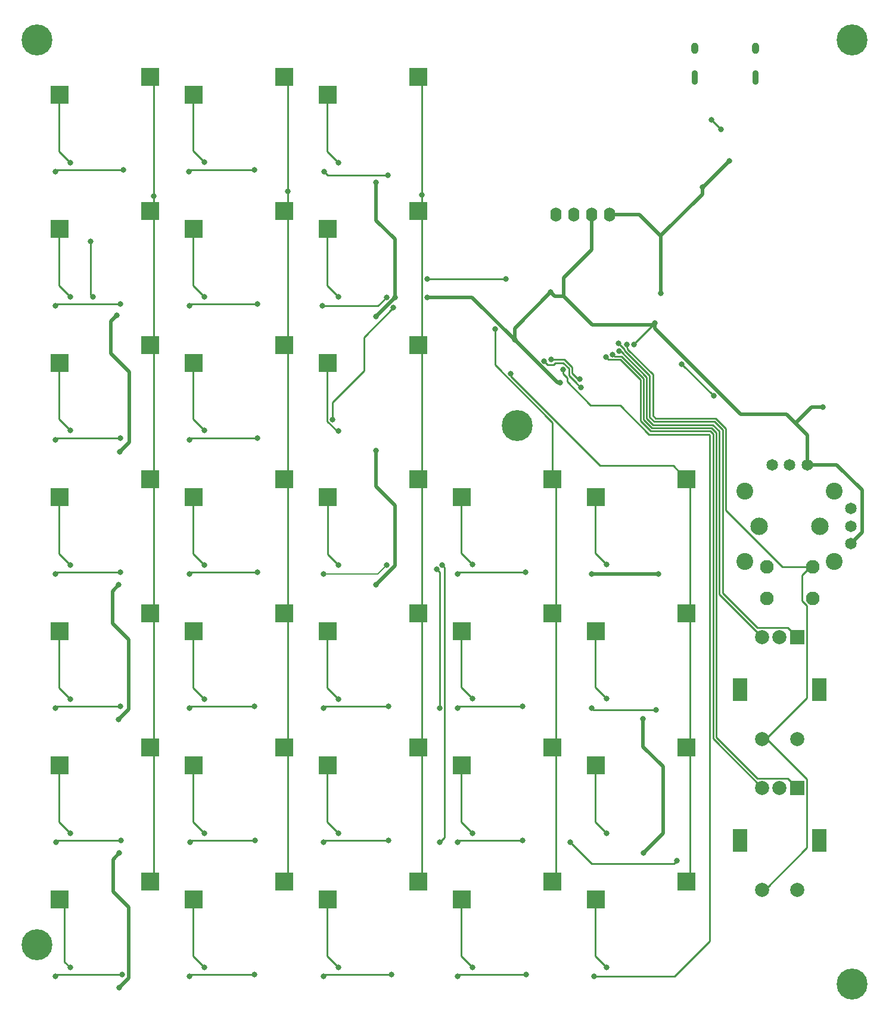
<source format=gbr>
%TF.GenerationSoftware,KiCad,Pcbnew,(6.0.5)*%
%TF.CreationDate,2022-05-18T14:43:54-07:00*%
%TF.ProjectId,3HMouse,33484d6f-7573-4652-9e6b-696361645f70,rev?*%
%TF.SameCoordinates,Original*%
%TF.FileFunction,Copper,L2,Bot*%
%TF.FilePolarity,Positive*%
%FSLAX46Y46*%
G04 Gerber Fmt 4.6, Leading zero omitted, Abs format (unit mm)*
G04 Created by KiCad (PCBNEW (6.0.5)) date 2022-05-18 14:43:54*
%MOMM*%
%LPD*%
G01*
G04 APERTURE LIST*
%TA.AperFunction,ComponentPad*%
%ADD10C,4.400000*%
%TD*%
%TA.AperFunction,SMDPad,CuDef*%
%ADD11R,2.550000X2.500000*%
%TD*%
%TA.AperFunction,ComponentPad*%
%ADD12R,2.000000X2.000000*%
%TD*%
%TA.AperFunction,ComponentPad*%
%ADD13C,2.000000*%
%TD*%
%TA.AperFunction,ComponentPad*%
%ADD14R,2.000000X3.200000*%
%TD*%
%TA.AperFunction,ComponentPad*%
%ADD15O,1.600000X2.000000*%
%TD*%
%TA.AperFunction,ComponentPad*%
%ADD16C,1.950000*%
%TD*%
%TA.AperFunction,ComponentPad*%
%ADD17C,1.650000*%
%TD*%
%TA.AperFunction,ComponentPad*%
%ADD18C,2.400000*%
%TD*%
%TA.AperFunction,ComponentPad*%
%ADD19C,2.475000*%
%TD*%
%TA.AperFunction,ComponentPad*%
%ADD20O,1.000000X1.600000*%
%TD*%
%TA.AperFunction,ComponentPad*%
%ADD21O,0.900000X2.100000*%
%TD*%
%TA.AperFunction,ViaPad*%
%ADD22C,0.800000*%
%TD*%
%TA.AperFunction,Conductor*%
%ADD23C,0.500000*%
%TD*%
%TA.AperFunction,Conductor*%
%ADD24C,0.250000*%
%TD*%
%TA.AperFunction,Conductor*%
%ADD25C,0.200000*%
%TD*%
G04 APERTURE END LIST*
D10*
%TO.P,H5,1,1*%
%TO.N,unconnected-(H5-Pad1)*%
X91281250Y-77787500D03*
%TD*%
D11*
%TO.P,SW0_1,1*%
%TO.N,Net-(D0_1-Pad2)*%
X45302500Y-30797500D03*
%TO.P,SW0_1,2*%
%TO.N,COL1*%
X58229500Y-28257500D03*
%TD*%
%TO.P,SW1_1,1*%
%TO.N,Net-(D1_1-Pad2)*%
X45302500Y-49847500D03*
%TO.P,SW1_1,2*%
%TO.N,COL1*%
X58229500Y-47307500D03*
%TD*%
%TO.P,SW2_2,1*%
%TO.N,Net-(D2_2-Pad2)*%
X64352500Y-68897500D03*
%TO.P,SW2_2,2*%
%TO.N,COL2*%
X77279500Y-66357500D03*
%TD*%
%TO.P,SW3_3,1*%
%TO.N,Net-(D3_3-Pad2)*%
X83402500Y-87947500D03*
%TO.P,SW3_3,2*%
%TO.N,COL3*%
X96329500Y-85407500D03*
%TD*%
D10*
%TO.P,H2,1,1*%
%TO.N,GND*%
X138906250Y-23018750D03*
%TD*%
D11*
%TO.P,SW4_1,1*%
%TO.N,Net-(D4_1-Pad2)*%
X45302500Y-106997500D03*
%TO.P,SW4_1,2*%
%TO.N,COL1*%
X58229500Y-104457500D03*
%TD*%
%TO.P,SW2_0,1*%
%TO.N,Net-(D2_0-Pad2)*%
X26252500Y-68897500D03*
%TO.P,SW2_0,2*%
%TO.N,COL0*%
X39179500Y-66357500D03*
%TD*%
D10*
%TO.P,H3,1,1*%
%TO.N,unconnected-(H3-Pad1)*%
X23018750Y-151606250D03*
%TD*%
D11*
%TO.P,SW6_1,1*%
%TO.N,Net-(D6_1-Pad2)*%
X45302500Y-145097500D03*
%TO.P,SW6_1,2*%
%TO.N,COL1*%
X58229500Y-142557500D03*
%TD*%
%TO.P,SW1_2,1*%
%TO.N,Net-(D1_2-Pad2)*%
X64352500Y-49847500D03*
%TO.P,SW1_2,2*%
%TO.N,COL2*%
X77279500Y-47307500D03*
%TD*%
D12*
%TO.P,RE2,A,A*%
%TO.N,RE2A*%
X131087500Y-107843750D03*
D13*
%TO.P,RE2,B,B*%
%TO.N,RE2B*%
X126087500Y-107843750D03*
%TO.P,RE2,C,C*%
%TO.N,GND*%
X128587500Y-107843750D03*
D14*
%TO.P,RE2,MP*%
%TO.N,N/C*%
X122987500Y-115343750D03*
X134187500Y-115343750D03*
D13*
%TO.P,RE2,S1,S1*%
%TO.N,COL5*%
X126087500Y-122343750D03*
%TO.P,RE2,S2,S2*%
%TO.N,Net-(D2_4-Pad2)*%
X131087500Y-122343750D03*
%TD*%
D11*
%TO.P,SW0_0,1*%
%TO.N,Net-(D0_0-Pad2)*%
X26252500Y-30797500D03*
%TO.P,SW0_0,2*%
%TO.N,COL0*%
X39179500Y-28257500D03*
%TD*%
%TO.P,SW6_4,1*%
%TO.N,Net-(D6_4-Pad2)*%
X102452500Y-145097500D03*
%TO.P,SW6_4,2*%
%TO.N,COL4*%
X115379500Y-142557500D03*
%TD*%
D12*
%TO.P,RE1,A,A*%
%TO.N,RE1A*%
X131087500Y-129275000D03*
D13*
%TO.P,RE1,B,B*%
%TO.N,RE1B*%
X126087500Y-129275000D03*
%TO.P,RE1,C,C*%
%TO.N,GND*%
X128587500Y-129275000D03*
D14*
%TO.P,RE1,MP*%
%TO.N,N/C*%
X134187500Y-136775000D03*
X122987500Y-136775000D03*
D13*
%TO.P,RE1,S1,S1*%
%TO.N,COL5*%
X126087500Y-143775000D03*
%TO.P,RE1,S2,S2*%
%TO.N,Net-(D1_4-Pad2)*%
X131087500Y-143775000D03*
%TD*%
D11*
%TO.P,SW5_0,1*%
%TO.N,Net-(D5_0-Pad2)*%
X26252500Y-126047500D03*
%TO.P,SW5_0,2*%
%TO.N,COL0*%
X39179500Y-123507500D03*
%TD*%
D15*
%TO.P,Brd1,1,GND*%
%TO.N,GND*%
X104458000Y-47811000D03*
%TO.P,Brd1,2,VCC*%
%TO.N,+5V*%
X101918000Y-47811000D03*
%TO.P,Brd1,3,SCL*%
%TO.N,SCL*%
X99378000Y-47811000D03*
%TO.P,Brd1,4,SDA*%
%TO.N,SDA*%
X96838000Y-47811000D03*
%TD*%
D11*
%TO.P,SW4_4,1*%
%TO.N,Net-(D4_4-Pad2)*%
X102452500Y-106997500D03*
%TO.P,SW4_4,2*%
%TO.N,COL4*%
X115379500Y-104457500D03*
%TD*%
%TO.P,SW3_1,1*%
%TO.N,Net-(D3_1-Pad2)*%
X45302500Y-87947500D03*
%TO.P,SW3_1,2*%
%TO.N,COL1*%
X58229500Y-85407500D03*
%TD*%
%TO.P,SW1_0,1*%
%TO.N,Net-(D1_0-Pad2)*%
X26252500Y-49847500D03*
%TO.P,SW1_0,2*%
%TO.N,COL0*%
X39179500Y-47307500D03*
%TD*%
D10*
%TO.P,H1,1,1*%
%TO.N,unconnected-(H1-Pad1)*%
X23018750Y-23018750D03*
%TD*%
%TO.P,H4,1,1*%
%TO.N,unconnected-(H4-Pad1)*%
X138906250Y-157162500D03*
%TD*%
D11*
%TO.P,SW3_2,1*%
%TO.N,Net-(D3_2-Pad2)*%
X64352500Y-87947500D03*
%TO.P,SW3_2,2*%
%TO.N,COL2*%
X77279500Y-85407500D03*
%TD*%
%TO.P,SW6_2,1*%
%TO.N,Net-(D6_2-Pad2)*%
X64352500Y-145097500D03*
%TO.P,SW6_2,2*%
%TO.N,COL2*%
X77279500Y-142557500D03*
%TD*%
%TO.P,SW5_2,1*%
%TO.N,Net-(D5_2-Pad2)*%
X64352500Y-126047500D03*
%TO.P,SW5_2,2*%
%TO.N,COL2*%
X77279500Y-123507500D03*
%TD*%
%TO.P,SW2_1,1*%
%TO.N,Net-(D2_1-Pad2)*%
X45302500Y-68897500D03*
%TO.P,SW2_1,2*%
%TO.N,COL1*%
X58229500Y-66357500D03*
%TD*%
D16*
%TO.P,S1,A1,A1*%
%TO.N,unconnected-(S1-PadA1)*%
X126760000Y-97858750D03*
D17*
%TO.P,S1,A11,A11*%
%TO.N,+5V*%
X138740000Y-94608750D03*
%TO.P,S1,A12,A12*%
%TO.N,VER*%
X138740000Y-92108750D03*
%TO.P,S1,A13,A13*%
%TO.N,GND*%
X138740000Y-89608750D03*
D16*
%TO.P,S1,B1,B1*%
%TO.N,unconnected-(S1-PadB1)*%
X126760000Y-102358750D03*
D17*
%TO.P,S1,B11,B11*%
%TO.N,+5V*%
X132510000Y-83378750D03*
%TO.P,S1,B12,B12*%
%TO.N,HOR*%
X130010000Y-83378750D03*
%TO.P,S1,B13,B13*%
%TO.N,GND*%
X127510000Y-83378750D03*
D16*
%TO.P,S1,C1,C1*%
%TO.N,COL5*%
X133260000Y-97858750D03*
%TO.P,S1,D1,D1*%
%TO.N,Net-(D0_5-Pad2)*%
X133260000Y-102358750D03*
D18*
%TO.P,S1,MH1,MH1*%
%TO.N,unconnected-(S1-PadMH1)*%
X123685000Y-97108750D03*
%TO.P,S1,MH2,MH2*%
%TO.N,unconnected-(S1-PadMH2)*%
X123685000Y-87108750D03*
%TO.P,S1,MH3,MH3*%
%TO.N,unconnected-(S1-PadMH3)*%
X136335000Y-97108750D03*
%TO.P,S1,MH4,MH4*%
%TO.N,unconnected-(S1-PadMH4)*%
X136335000Y-87108750D03*
D19*
%TO.P,S1,MH5,MH5*%
%TO.N,unconnected-(S1-PadMH5)*%
X125710000Y-92108750D03*
%TO.P,S1,MH6,MH6*%
%TO.N,unconnected-(S1-PadMH6)*%
X134310000Y-92108750D03*
%TD*%
D11*
%TO.P,SW4_2,1*%
%TO.N,Net-(D4_2-Pad2)*%
X64352500Y-106997500D03*
%TO.P,SW4_2,2*%
%TO.N,COL2*%
X77279500Y-104457500D03*
%TD*%
%TO.P,SW3_0,1*%
%TO.N,Net-(D3_0-Pad2)*%
X26252500Y-87947500D03*
%TO.P,SW3_0,2*%
%TO.N,COL0*%
X39179500Y-85407500D03*
%TD*%
%TO.P,SW4_3,1*%
%TO.N,Net-(D4_3-Pad2)*%
X83402500Y-106997500D03*
%TO.P,SW4_3,2*%
%TO.N,COL3*%
X96329500Y-104457500D03*
%TD*%
%TO.P,SW4_0,1*%
%TO.N,Net-(D4_0-Pad2)*%
X26252500Y-106997500D03*
%TO.P,SW4_0,2*%
%TO.N,COL0*%
X39179500Y-104457500D03*
%TD*%
%TO.P,SW6_0,1*%
%TO.N,Net-(D6_0-Pad2)*%
X26252500Y-145097500D03*
%TO.P,SW6_0,2*%
%TO.N,COL0*%
X39179500Y-142557500D03*
%TD*%
%TO.P,SW0_2,1*%
%TO.N,Net-(D0_2-Pad2)*%
X64352500Y-30797500D03*
%TO.P,SW0_2,2*%
%TO.N,COL2*%
X77279500Y-28257500D03*
%TD*%
%TO.P,SW6_3,1*%
%TO.N,Net-(D6_3-Pad2)*%
X83402500Y-145097500D03*
%TO.P,SW6_3,2*%
%TO.N,COL3*%
X96329500Y-142557500D03*
%TD*%
%TO.P,SW5_1,1*%
%TO.N,Net-(D5_1-Pad2)*%
X45302500Y-126047500D03*
%TO.P,SW5_1,2*%
%TO.N,COL1*%
X58229500Y-123507500D03*
%TD*%
D20*
%TO.P,J1,S1,SHIELD*%
%TO.N,Net-(J1-PadS1)*%
X125152250Y-24196750D03*
X116512250Y-24196750D03*
D21*
X116512250Y-28376750D03*
X125152250Y-28376750D03*
%TD*%
D11*
%TO.P,SW3_4,1*%
%TO.N,Net-(D3_4-Pad2)*%
X102452500Y-87947500D03*
%TO.P,SW3_4,2*%
%TO.N,COL4*%
X115379500Y-85407500D03*
%TD*%
%TO.P,SW5_3,1*%
%TO.N,Net-(D5_3-Pad2)*%
X83402500Y-126047500D03*
%TO.P,SW5_3,2*%
%TO.N,COL3*%
X96329500Y-123507500D03*
%TD*%
%TO.P,SW5_4,1*%
%TO.N,Net-(D5_4-Pad2)*%
X102452500Y-126047500D03*
%TO.P,SW5_4,2*%
%TO.N,COL4*%
X115379500Y-123507500D03*
%TD*%
D22*
%TO.N,GND*%
X117625500Y-43942000D03*
X121435500Y-40259000D03*
X111725688Y-59020688D03*
%TO.N,+5V*%
X90932000Y-65659000D03*
X73930921Y-59635250D03*
X109207140Y-119482031D03*
X107899899Y-66281940D03*
X78491521Y-59635250D03*
X71247000Y-100457000D03*
X97409000Y-71755000D03*
X71234140Y-43282031D03*
X134747000Y-75184000D03*
X71234140Y-62332031D03*
X34379701Y-62140299D03*
X34671000Y-100457000D03*
X96079799Y-58860201D03*
X71247000Y-81407000D03*
X34828676Y-81552976D03*
X34782827Y-157632952D03*
X109223597Y-138535914D03*
X110871000Y-63246000D03*
X34752151Y-138563976D03*
X34701676Y-119525976D03*
%TO.N,ROW0*%
X63881000Y-41783000D03*
X35306000Y-41529000D03*
X25653000Y-41783000D03*
X44689947Y-41777686D03*
X53936217Y-41523686D03*
X72898000Y-42291000D03*
%TO.N,Net-(D0_0-Pad2)*%
X27813000Y-40513000D03*
%TO.N,Net-(D0_1-Pad2)*%
X46863000Y-40386000D03*
%TO.N,Net-(D0_2-Pad2)*%
X65913000Y-40513000D03*
%TO.N,ROW1*%
X78491521Y-57023000D03*
X54356000Y-60579000D03*
X25653000Y-60833000D03*
X72786398Y-59578398D03*
X63627000Y-60833000D03*
X89656265Y-57028734D03*
X44703000Y-60833000D03*
X34899270Y-60579000D03*
%TO.N,ROW2*%
X25653000Y-79883000D03*
X65043674Y-76936576D03*
X54356000Y-79629000D03*
X44694900Y-79879362D03*
X73674572Y-61092974D03*
X34899270Y-79629000D03*
%TO.N,Net-(D1_0-Pad2)*%
X27813000Y-59563000D03*
%TO.N,Net-(D1_1-Pad2)*%
X46863000Y-59563000D03*
%TO.N,Net-(D1_2-Pad2)*%
X65913000Y-59563000D03*
%TO.N,Net-(D2_0-Pad2)*%
X27813000Y-78486000D03*
%TO.N,Net-(D2_1-Pad2)*%
X46863000Y-78486000D03*
%TO.N,Net-(D2_2-Pad2)*%
X65913000Y-78613000D03*
%TO.N,ROW3*%
X44703000Y-98933000D03*
X54356000Y-98679000D03*
X92456000Y-98679000D03*
X25645763Y-98927841D03*
X72771000Y-97663000D03*
X34892033Y-98673841D03*
X111383299Y-98928701D03*
X63747467Y-98927841D03*
X101854000Y-98933000D03*
X82793907Y-98915511D03*
%TO.N,Net-(D3_0-Pad2)*%
X27813000Y-97663000D03*
%TO.N,Net-(D3_1-Pad2)*%
X46863000Y-97663000D03*
%TO.N,Net-(D3_2-Pad2)*%
X65881250Y-97631250D03*
%TO.N,Net-(D3_3-Pad2)*%
X84963000Y-97536000D03*
%TO.N,Net-(D3_4-Pad2)*%
X104013000Y-97536000D03*
%TO.N,ROW4*%
X72989584Y-117727942D03*
X80262942Y-117981942D03*
X101854000Y-117983000D03*
X110998000Y-118237000D03*
X25654000Y-117983000D03*
X92049270Y-117729000D03*
X44697467Y-117981942D03*
X53943737Y-117727942D03*
X34900270Y-117729000D03*
X79845500Y-98233500D03*
X63743314Y-117981942D03*
X82803000Y-117983000D03*
%TO.N,Net-(D4_0-Pad2)*%
X27813000Y-116713000D03*
%TO.N,Net-(D4_1-Pad2)*%
X46863000Y-116713000D03*
%TO.N,Net-(D4_2-Pad2)*%
X65913000Y-116713000D03*
%TO.N,Net-(D4_3-Pad2)*%
X84963000Y-116586000D03*
%TO.N,Net-(D4_4-Pad2)*%
X104013000Y-116586000D03*
%TO.N,ROW5*%
X35026270Y-136779000D03*
X82803000Y-137033000D03*
X44830000Y-137033000D03*
X72999270Y-136779000D03*
X98806000Y-137033000D03*
X80264000Y-137033000D03*
X80659104Y-97652936D03*
X113986799Y-139632201D03*
X25780000Y-137033000D03*
X92049270Y-136779000D03*
X54076270Y-136779000D03*
X63753000Y-137033000D03*
%TO.N,Net-(D5_0-Pad2)*%
X27813000Y-135763000D03*
%TO.N,Net-(D5_1-Pad2)*%
X46863000Y-135763000D03*
%TO.N,Net-(D5_2-Pad2)*%
X65913000Y-135763000D03*
%TO.N,Net-(D5_3-Pad2)*%
X84963000Y-135763000D03*
%TO.N,Net-(D5_4-Pad2)*%
X104013000Y-135763000D03*
%TO.N,ROW6*%
X97778715Y-69861285D03*
X44703000Y-156083000D03*
X73406000Y-155829000D03*
X63753000Y-156083000D03*
X82803000Y-156083000D03*
X35179000Y-155829000D03*
X53949270Y-155829000D03*
X25653000Y-156083000D03*
X102235000Y-156083000D03*
X92583000Y-155829000D03*
%TO.N,Net-(D6_0-Pad2)*%
X27813000Y-154813000D03*
%TO.N,Net-(D6_1-Pad2)*%
X46863000Y-154813000D03*
%TO.N,Net-(D6_2-Pad2)*%
X65913000Y-154813000D03*
%TO.N,Net-(D6_3-Pad2)*%
X84963000Y-154813000D03*
%TO.N,Net-(D6_4-Pad2)*%
X104013000Y-154813000D03*
%TO.N,Net-(DL0_0-Pad1)*%
X30988000Y-59563000D03*
X30720448Y-51670230D03*
%TO.N,Net-(J1-PadB5)*%
X120247722Y-35769222D03*
X118895500Y-34417000D03*
%TO.N,/RESET*%
X119214001Y-73628980D03*
X114681000Y-69088000D03*
%TO.N,COL3*%
X88138000Y-64135000D03*
%TO.N,RE1A*%
X104885503Y-67728500D03*
%TO.N,RE1B*%
X103886000Y-68075980D03*
%TO.N,VER*%
X100325701Y-72394299D03*
X95152188Y-68677812D03*
%TO.N,HOR*%
X96139000Y-68453000D03*
X100203726Y-71229797D03*
%TO.N,COL0*%
X39667021Y-45212000D03*
%TO.N,COL1*%
X58717021Y-44581050D03*
%TO.N,COL2*%
X77767021Y-45041979D03*
%TO.N,COL4*%
X90369098Y-70421500D03*
%TO.N,COL5*%
X106901059Y-66318343D03*
%TO.N,RE2A*%
X105735549Y-66177449D03*
%TO.N,RE2B*%
X105812482Y-67278980D03*
%TD*%
D23*
%TO.N,GND*%
X117625500Y-44934500D02*
X117625500Y-43942000D01*
X111725688Y-50834312D02*
X117625500Y-44934500D01*
X111725688Y-51088312D02*
X111725688Y-50834312D01*
X117752500Y-43942000D02*
X121435500Y-40259000D01*
X117625500Y-43942000D02*
X117752500Y-43942000D01*
D24*
%TO.N,ROW0*%
X64389000Y-42291000D02*
X63881000Y-41783000D01*
X72898000Y-42291000D02*
X64389000Y-42291000D01*
D23*
%TO.N,GND*%
X111725688Y-50883688D02*
X108653000Y-47811000D01*
X121308500Y-40259000D02*
X121435500Y-40259000D01*
X111725688Y-51088312D02*
X111725688Y-50883688D01*
X111725688Y-59020688D02*
X111725688Y-51088312D01*
X108653000Y-47811000D02*
X104458000Y-47811000D01*
%TO.N,+5V*%
X101918000Y-47811000D02*
X101918000Y-52863250D01*
X71234140Y-43282031D02*
X71234140Y-48657909D01*
X71247000Y-81407000D02*
X71247000Y-86487000D01*
D24*
X107899899Y-66281940D02*
X107899899Y-66217101D01*
D23*
X34671000Y-100457000D02*
X33796828Y-101331172D01*
X109207140Y-123464891D02*
X109207140Y-119482031D01*
X112030921Y-135728590D02*
X112030921Y-126288672D01*
X140335000Y-93013750D02*
X138740000Y-94608750D01*
X71234140Y-48657909D02*
X73930921Y-51354690D01*
X130810000Y-77470000D02*
X133096000Y-75184000D01*
X33877979Y-144045336D02*
X36068000Y-146235357D01*
X36068000Y-108209532D02*
X36068000Y-118159652D01*
X97917000Y-59436000D02*
X101981000Y-63500000D01*
X96079799Y-58860201D02*
X96655598Y-59436000D01*
X132510000Y-79170000D02*
X130810000Y-77470000D01*
X96079799Y-58860201D02*
X90932000Y-64008000D01*
X73943781Y-97760219D02*
X71247000Y-100457000D01*
X110871000Y-64041109D02*
X123029891Y-76200000D01*
X34752151Y-138563976D02*
X33877979Y-139438148D01*
X136718750Y-83378750D02*
X140335000Y-86995000D01*
X36195000Y-70236532D02*
X36195000Y-80186652D01*
X97028000Y-71755000D02*
X90932000Y-65659000D01*
X33528000Y-67569532D02*
X36195000Y-70236532D01*
X36068000Y-118159652D02*
X34701676Y-119525976D01*
X123029891Y-76200000D02*
X129540000Y-76200000D01*
X33877979Y-139438148D02*
X33877979Y-144045336D01*
X33528000Y-62992000D02*
X33528000Y-67569532D01*
X140335000Y-86995000D02*
X140335000Y-93013750D01*
X73930921Y-51354690D02*
X73930921Y-59635250D01*
X101981000Y-63500000D02*
X110617000Y-63500000D01*
X33796828Y-105938360D02*
X36068000Y-108209532D01*
D24*
X107899899Y-66217101D02*
X110871000Y-63246000D01*
D23*
X36068000Y-146235357D02*
X36068000Y-156347779D01*
X97917000Y-56864250D02*
X97917000Y-59436000D01*
X33796828Y-101331172D02*
X33796828Y-105938360D01*
X73930921Y-59635250D02*
X71234140Y-62332031D01*
X130810000Y-77470000D02*
X129540000Y-76200000D01*
X110871000Y-63246000D02*
X110871000Y-64041109D01*
X36068000Y-156347779D02*
X34782827Y-157632952D01*
X110617000Y-63500000D02*
X110871000Y-63246000D01*
X71247000Y-86487000D02*
X73943781Y-89183781D01*
X109223597Y-138535914D02*
X112030921Y-135728590D01*
X36195000Y-80186652D02*
X34828676Y-81552976D01*
X101918000Y-52863250D02*
X97917000Y-56864250D01*
X96655598Y-59436000D02*
X97917000Y-59436000D01*
X84908250Y-59635250D02*
X90932000Y-65659000D01*
X90932000Y-64008000D02*
X90932000Y-65659000D01*
X112030921Y-126288672D02*
X109207140Y-123464891D01*
X34379701Y-62140299D02*
X33528000Y-62992000D01*
X78491521Y-59635250D02*
X84908250Y-59635250D01*
X97409000Y-71755000D02*
X97028000Y-71755000D01*
X132510000Y-83378750D02*
X132510000Y-79170000D01*
X132510000Y-83378750D02*
X136718750Y-83378750D01*
X133096000Y-75184000D02*
X134747000Y-75184000D01*
X73943781Y-89183781D02*
X73943781Y-97760219D01*
D24*
%TO.N,ROW0*%
X53936217Y-41523686D02*
X44943947Y-41523686D01*
X35306000Y-41529000D02*
X25907000Y-41529000D01*
%TO.N,Net-(D0_0-Pad2)*%
X26172502Y-38872502D02*
X26172502Y-30936116D01*
X27813000Y-40513000D02*
X26172502Y-38872502D01*
%TO.N,Net-(D0_1-Pad2)*%
X46863000Y-40386000D02*
X45243750Y-38766750D01*
X45243750Y-38766750D02*
X45243750Y-30956250D01*
%TO.N,Net-(D0_2-Pad2)*%
X64293750Y-38893750D02*
X64293750Y-30956250D01*
X65913000Y-40513000D02*
X64293750Y-38893750D01*
%TO.N,ROW1*%
X54356000Y-60579000D02*
X44957000Y-60579000D01*
X34899270Y-60579000D02*
X25907000Y-60579000D01*
X71531796Y-60833000D02*
X63627000Y-60833000D01*
X89650531Y-57023000D02*
X89656265Y-57028734D01*
X78491521Y-57023000D02*
X89650531Y-57023000D01*
X72786398Y-59578398D02*
X71531796Y-60833000D01*
%TO.N,ROW2*%
X73674572Y-61092974D02*
X69502021Y-65265525D01*
X54352362Y-79625362D02*
X44948900Y-79625362D01*
X69502021Y-65265525D02*
X69502021Y-70070979D01*
X54356000Y-79629000D02*
X54352362Y-79625362D01*
X69502021Y-70070979D02*
X65043674Y-74529326D01*
X34899270Y-79629000D02*
X25907000Y-79629000D01*
X65043674Y-74529326D02*
X65043674Y-76936576D01*
%TO.N,Net-(D1_0-Pad2)*%
X26193750Y-57943750D02*
X26193750Y-50006250D01*
X27813000Y-59563000D02*
X26193750Y-57943750D01*
%TO.N,Net-(D1_1-Pad2)*%
X45243750Y-57943750D02*
X45243750Y-50006250D01*
X46863000Y-59563000D02*
X45243750Y-57943750D01*
%TO.N,Net-(D1_2-Pad2)*%
X64290174Y-57940174D02*
X64290174Y-49980303D01*
X65913000Y-59563000D02*
X64290174Y-57940174D01*
%TO.N,Net-(D2_0-Pad2)*%
X26193750Y-76866750D02*
X26193750Y-69056250D01*
X27813000Y-78486000D02*
X26193750Y-76866750D01*
%TO.N,Net-(D2_1-Pad2)*%
X46863000Y-78486000D02*
X45243750Y-76866750D01*
X45243750Y-76866750D02*
X45243750Y-69056250D01*
%TO.N,Net-(D2_2-Pad2)*%
X65695484Y-78613000D02*
X64293750Y-77211266D01*
X64293750Y-77211266D02*
X64293750Y-69056250D01*
X65913000Y-78613000D02*
X65695484Y-78613000D01*
D25*
%TO.N,ROW3*%
X72771000Y-97663000D02*
X71506159Y-98927841D01*
D23*
X111383299Y-98928701D02*
X111379000Y-98933000D01*
D24*
X92438511Y-98661511D02*
X83047907Y-98661511D01*
X54356000Y-98679000D02*
X44957000Y-98679000D01*
D23*
X111379000Y-98933000D02*
X101854000Y-98933000D01*
D24*
X34892033Y-98673841D02*
X25899763Y-98673841D01*
X92456000Y-98679000D02*
X92438511Y-98661511D01*
D25*
X71506159Y-98927841D02*
X63747467Y-98927841D01*
D24*
%TO.N,Net-(D3_0-Pad2)*%
X26193750Y-96043750D02*
X26193750Y-88106250D01*
X27813000Y-97663000D02*
X26193750Y-96043750D01*
%TO.N,Net-(D3_1-Pad2)*%
X46863000Y-97663000D02*
X45243750Y-96043750D01*
X45243750Y-96043750D02*
X45243750Y-88106250D01*
%TO.N,Net-(D3_2-Pad2)*%
X64352500Y-96102500D02*
X65881250Y-97631250D01*
X64352500Y-87947500D02*
X64352500Y-96102500D01*
%TO.N,Net-(D3_3-Pad2)*%
X84963000Y-97536000D02*
X83343750Y-95916750D01*
X83343750Y-95916750D02*
X83343750Y-88106250D01*
%TO.N,Net-(D3_4-Pad2)*%
X102393750Y-95916750D02*
X102393750Y-88106250D01*
X104013000Y-97536000D02*
X102393750Y-95916750D01*
%TO.N,ROW4*%
X34900270Y-117729000D02*
X25908000Y-117729000D01*
X25908000Y-117729000D02*
X25654000Y-117983000D01*
X110998000Y-118237000D02*
X102108000Y-118237000D01*
X79845500Y-98233500D02*
X80262942Y-98650942D01*
X72989584Y-117727942D02*
X63997314Y-117727942D01*
X102108000Y-118237000D02*
X101854000Y-117983000D01*
X53943737Y-117727942D02*
X44951467Y-117727942D01*
X92049270Y-117729000D02*
X83057000Y-117729000D01*
X80262942Y-98650942D02*
X80262942Y-117981942D01*
%TO.N,Net-(D4_0-Pad2)*%
X27813000Y-116713000D02*
X26193750Y-115093750D01*
X26193750Y-115093750D02*
X26193750Y-107156250D01*
%TO.N,Net-(D4_1-Pad2)*%
X45243750Y-115093750D02*
X45243750Y-107156250D01*
X46863000Y-116713000D02*
X45243750Y-115093750D01*
%TO.N,Net-(D4_2-Pad2)*%
X65913000Y-116713000D02*
X64293750Y-115093750D01*
X64293750Y-115093750D02*
X64293750Y-107156250D01*
%TO.N,Net-(D4_3-Pad2)*%
X84963000Y-116586000D02*
X83343750Y-114966750D01*
X83343750Y-114966750D02*
X83343750Y-107156250D01*
%TO.N,Net-(D4_4-Pad2)*%
X104013000Y-116586000D02*
X102393750Y-114966750D01*
X102393750Y-114966750D02*
X102393750Y-107156250D01*
%TO.N,ROW5*%
X113986799Y-139632201D02*
X113538000Y-140081000D01*
X80987453Y-97981285D02*
X80987453Y-136309547D01*
X92049270Y-136779000D02*
X83057000Y-136779000D01*
X101854000Y-140081000D02*
X98806000Y-137033000D01*
X54076270Y-136779000D02*
X45084000Y-136779000D01*
X80987453Y-136309547D02*
X80264000Y-137033000D01*
X113538000Y-140081000D02*
X101854000Y-140081000D01*
X35026270Y-136779000D02*
X26034000Y-136779000D01*
X80659104Y-97652936D02*
X80987453Y-97981285D01*
X72999270Y-136779000D02*
X64007000Y-136779000D01*
%TO.N,Net-(D5_0-Pad2)*%
X26193750Y-134143750D02*
X26193750Y-126206250D01*
X27813000Y-135763000D02*
X26193750Y-134143750D01*
%TO.N,Net-(D5_1-Pad2)*%
X46863000Y-135763000D02*
X45243750Y-134143750D01*
X45243750Y-134143750D02*
X45243750Y-126206250D01*
%TO.N,Net-(D5_2-Pad2)*%
X64292858Y-134142858D02*
X64292858Y-126203963D01*
X65913000Y-135763000D02*
X64292858Y-134142858D01*
%TO.N,Net-(D5_3-Pad2)*%
X84963000Y-135763000D02*
X83343750Y-134143750D01*
X83343750Y-134143750D02*
X83343750Y-126206250D01*
%TO.N,Net-(D5_4-Pad2)*%
X104013000Y-135763000D02*
X102393750Y-134143750D01*
X102393750Y-134143750D02*
X102393750Y-126206250D01*
%TO.N,ROW6*%
X73406000Y-155829000D02*
X64007000Y-155829000D01*
X98387511Y-71073897D02*
X98387511Y-71590511D01*
X118676480Y-151071520D02*
X113665000Y-156083000D01*
X53949270Y-155829000D02*
X44957000Y-155829000D01*
X35179000Y-155829000D02*
X25907000Y-155829000D01*
X110049803Y-79062520D02*
X118555930Y-79062520D01*
X97778715Y-70465101D02*
X98387511Y-71073897D01*
X98387511Y-71590511D02*
X101727000Y-74930000D01*
X97778715Y-69861285D02*
X97778715Y-70465101D01*
X101727000Y-74930000D02*
X105917283Y-74930000D01*
X92583000Y-155829000D02*
X83057000Y-155829000D01*
X118555930Y-79062520D02*
X118676480Y-79183070D01*
X113665000Y-156083000D02*
X102235000Y-156083000D01*
X105917283Y-74930000D02*
X110049803Y-79062520D01*
X118676480Y-79183070D02*
X118676480Y-151071520D01*
%TO.N,Net-(D6_0-Pad2)*%
X26987500Y-146050000D02*
X26193750Y-145256250D01*
X27813000Y-154813000D02*
X26987500Y-153987500D01*
X26987500Y-153987500D02*
X26987500Y-146050000D01*
%TO.N,Net-(D6_1-Pad2)*%
X46863000Y-154813000D02*
X45243750Y-153193750D01*
X45243750Y-153193750D02*
X45243750Y-145256250D01*
%TO.N,Net-(D6_2-Pad2)*%
X64293750Y-153193750D02*
X64293750Y-145256250D01*
X65913000Y-154813000D02*
X64293750Y-153193750D01*
%TO.N,Net-(D6_3-Pad2)*%
X83343750Y-153193750D02*
X83343750Y-145256250D01*
X84963000Y-154813000D02*
X83343750Y-153193750D01*
%TO.N,Net-(D6_4-Pad2)*%
X104013000Y-154813000D02*
X102393750Y-153193750D01*
X102393750Y-153193750D02*
X102393750Y-145256250D01*
%TO.N,Net-(DL0_0-Pad1)*%
X30988000Y-59563000D02*
X30720448Y-59295448D01*
X30720448Y-59295448D02*
X30720448Y-51670230D01*
%TO.N,Net-(J1-PadB5)*%
X120247722Y-35769222D02*
X118895500Y-34417000D01*
%TO.N,/RESET*%
X119214001Y-73628980D02*
X119214001Y-73617110D01*
X114684891Y-69088000D02*
X114681000Y-69088000D01*
X119214001Y-73617110D02*
X114684891Y-69088000D01*
%TO.N,COL3*%
X96817021Y-104945021D02*
X96329500Y-104457500D01*
X96329500Y-77406500D02*
X96329500Y-85407500D01*
X96329500Y-104457500D02*
X96817021Y-103969979D01*
X96817021Y-123019979D02*
X96817021Y-104945021D01*
X96817021Y-103969979D02*
X96817021Y-85895021D01*
X96817021Y-85895021D02*
X96329500Y-85407500D01*
X88138000Y-69215000D02*
X96329500Y-77406500D01*
X88138000Y-64135000D02*
X88138000Y-69215000D01*
X96329500Y-123507500D02*
X96817021Y-123019979D01*
X96817021Y-142069979D02*
X96817021Y-123995021D01*
X96817021Y-123995021D02*
X96329500Y-123507500D01*
X96329500Y-142557500D02*
X96817021Y-142069979D01*
%TO.N,RE1A*%
X125398707Y-127950489D02*
X119575520Y-122127302D01*
X109240412Y-71108909D02*
X106134983Y-68003480D01*
X119575520Y-78810674D02*
X118928326Y-78163480D01*
X106134983Y-68003480D02*
X105160483Y-68003480D01*
X119575520Y-122127302D02*
X119575520Y-78810674D01*
X131087500Y-129275000D02*
X129762989Y-127950489D01*
X110422198Y-78163480D02*
X109240412Y-76981694D01*
X129762989Y-127950489D02*
X125398707Y-127950489D01*
X105160483Y-68003480D02*
X104885503Y-67728500D01*
X118928326Y-78163480D02*
X110422198Y-78163480D01*
X109240412Y-76981694D02*
X109240412Y-71108909D01*
%TO.N,RE1B*%
X118742128Y-78613000D02*
X119126000Y-78996872D01*
X105948785Y-68453000D02*
X108790892Y-71295108D01*
X108790892Y-71295108D02*
X108790892Y-77167892D01*
X104263020Y-68453000D02*
X105948785Y-68453000D01*
X119126000Y-122313500D02*
X126087500Y-129275000D01*
X103886000Y-68075980D02*
X104263020Y-68453000D01*
X108790892Y-77167892D02*
X110236000Y-78613000D01*
X110236000Y-78613000D02*
X118742128Y-78613000D01*
X119126000Y-78996872D02*
X119126000Y-122313500D01*
%TO.N,VER*%
X95651887Y-69177511D02*
X95152188Y-68677812D01*
X99784798Y-71853396D02*
X99784798Y-71835483D01*
X98641511Y-70692196D02*
X98641511Y-69699467D01*
X98641511Y-69699467D02*
X97844553Y-68902509D01*
X96439103Y-69177511D02*
X95651887Y-69177511D01*
X97844553Y-68902509D02*
X96714105Y-68902509D01*
X96714105Y-68902509D02*
X96439103Y-69177511D01*
X99784798Y-71835483D02*
X98641511Y-70692196D01*
X100325701Y-72394299D02*
X99784798Y-71853396D01*
%TO.N,HOR*%
X99091031Y-69513269D02*
X98030762Y-68453000D01*
X98030762Y-68453000D02*
X96139000Y-68453000D01*
X99936822Y-71229797D02*
X99091031Y-70384006D01*
X99091031Y-70384006D02*
X99091031Y-69513269D01*
X100203726Y-71229797D02*
X99936822Y-71229797D01*
%TO.N,COL0*%
X39667021Y-142069979D02*
X39667021Y-123995021D01*
X39667021Y-28745021D02*
X39179500Y-28257500D01*
X39179500Y-47307500D02*
X39667021Y-46819979D01*
X39667021Y-123995021D02*
X39179500Y-123507500D01*
X39667021Y-84919979D02*
X39667021Y-66845021D01*
X39667021Y-43985021D02*
X39667021Y-28745021D01*
X39179500Y-85407500D02*
X39667021Y-84919979D01*
X39179500Y-66357500D02*
X39667021Y-65869979D01*
X39667021Y-47795021D02*
X39179500Y-47307500D01*
X39179500Y-123507500D02*
X39667021Y-123019979D01*
X39667021Y-123019979D02*
X39667021Y-104945021D01*
X39179500Y-104457500D02*
X39667021Y-103969979D01*
X39667021Y-66845021D02*
X39179500Y-66357500D01*
X39667021Y-46819979D02*
X39667021Y-43985021D01*
X39667021Y-65869979D02*
X39667021Y-47795021D01*
X39179500Y-142557500D02*
X39667021Y-142069979D01*
X39667021Y-103969979D02*
X39667021Y-85895021D01*
X39667021Y-85895021D02*
X39179500Y-85407500D01*
X39667021Y-104945021D02*
X39179500Y-104457500D01*
%TO.N,COL1*%
X58229500Y-66357500D02*
X58717021Y-66845021D01*
X58717021Y-84919979D02*
X58229500Y-85407500D01*
X58717021Y-104945021D02*
X58717021Y-123019979D01*
X58717021Y-123995021D02*
X58717021Y-142069979D01*
X58717021Y-103969979D02*
X58229500Y-104457500D01*
X58717021Y-44406979D02*
X58717021Y-46819979D01*
X58229500Y-104457500D02*
X58717021Y-104945021D01*
X58717021Y-46819979D02*
X58229500Y-47307500D01*
X58717021Y-123019979D02*
X58229500Y-123507500D01*
X58229500Y-85407500D02*
X58717021Y-85895021D01*
X58229500Y-28257500D02*
X58717021Y-28745021D01*
X58229500Y-47307500D02*
X58717021Y-47795021D01*
X58229500Y-123507500D02*
X58717021Y-123995021D01*
X58717021Y-65869979D02*
X58229500Y-66357500D01*
X58717021Y-85895021D02*
X58717021Y-103969979D01*
X58717021Y-47795021D02*
X58717021Y-65869979D01*
X58717021Y-66845021D02*
X58717021Y-84919979D01*
X58717021Y-44406979D02*
X58717021Y-44581050D01*
X58717021Y-28745021D02*
X58717021Y-44406979D01*
X58717021Y-142069979D02*
X58229500Y-142557500D01*
%TO.N,COL2*%
X77767021Y-28745021D02*
X77767021Y-46819979D01*
X77767021Y-142069979D02*
X77279500Y-142557500D01*
X77279500Y-66357500D02*
X77767021Y-66845021D01*
X77767021Y-104945021D02*
X77767021Y-123019979D01*
X77767021Y-46819979D02*
X77279500Y-47307500D01*
X77279500Y-85407500D02*
X77767021Y-85895021D01*
X77279500Y-104457500D02*
X77767021Y-104945021D01*
X77767021Y-84919979D02*
X77279500Y-85407500D01*
X77767021Y-85895021D02*
X77767021Y-103969979D01*
X77279500Y-123507500D02*
X77767021Y-123995021D01*
X77767021Y-103969979D02*
X77279500Y-104457500D01*
X77279500Y-28257500D02*
X77767021Y-28745021D01*
X77767021Y-65869979D02*
X77279500Y-66357500D01*
X77767021Y-66845021D02*
X77767021Y-84919979D01*
X77279500Y-47307500D02*
X77767021Y-47795021D01*
X77767021Y-47795021D02*
X77767021Y-65869979D01*
X77767021Y-123019979D02*
X77279500Y-123507500D01*
X77767021Y-123995021D02*
X77767021Y-142069979D01*
%TO.N,COL4*%
X115867021Y-104945021D02*
X115867021Y-123019979D01*
X115867021Y-123995021D02*
X115867021Y-142069979D01*
X115867021Y-85895021D02*
X115867021Y-103969979D01*
X115379500Y-104457500D02*
X115867021Y-104945021D01*
X115379500Y-85407500D02*
X115867021Y-85895021D01*
X113504979Y-83532979D02*
X115379500Y-85407500D01*
X90369098Y-70421500D02*
X90369098Y-70810380D01*
X90369098Y-70810380D02*
X103091697Y-83532979D01*
X115867021Y-142069979D02*
X115379500Y-142557500D01*
X115867021Y-123019979D02*
X115379500Y-123507500D01*
X103091697Y-83532979D02*
X113504979Y-83532979D01*
X115867021Y-103969979D02*
X115379500Y-104457500D01*
X115379500Y-123507500D02*
X115867021Y-123995021D01*
%TO.N,COL5*%
X126087500Y-143775000D02*
X126481000Y-143775000D01*
X132412011Y-116507989D02*
X132412011Y-103348548D01*
X132461000Y-127999478D02*
X126805272Y-122343750D01*
X131762500Y-99031106D02*
X132934856Y-97858750D01*
X120924080Y-78252080D02*
X120924080Y-89809080D01*
X126481000Y-143775000D02*
X132461000Y-137795000D01*
X128973750Y-97858750D02*
X133260000Y-97858750D01*
X110588972Y-76423100D02*
X110980792Y-76814920D01*
X131762500Y-102699037D02*
X131762500Y-99031106D01*
X132412011Y-103348548D02*
X131762500Y-102699037D01*
X126087500Y-122343750D02*
X126576250Y-122343750D01*
X106986513Y-66947859D02*
X110588972Y-70550318D01*
X106986513Y-66792695D02*
X106986513Y-66947859D01*
X126805272Y-122343750D02*
X126087500Y-122343750D01*
X106901059Y-66318343D02*
X106901059Y-66707241D01*
X132461000Y-137795000D02*
X132461000Y-127999478D01*
X110588972Y-70550318D02*
X110588972Y-76423100D01*
X126576250Y-122343750D02*
X132412011Y-116507989D01*
X119486920Y-76814920D02*
X120924080Y-78252080D01*
X120924080Y-89809080D02*
X128973750Y-97858750D01*
X106901059Y-66707241D02*
X106986513Y-66792695D01*
X110980792Y-76814920D02*
X119486920Y-76814920D01*
X132934856Y-97858750D02*
X133260000Y-97858750D01*
%TO.N,RE2A*%
X129755016Y-106511266D02*
X131087500Y-107843750D01*
X110794594Y-77264440D02*
X119300722Y-77264440D01*
X120474560Y-101595092D02*
X125390734Y-106511266D01*
X125390734Y-106511266D02*
X129755016Y-106511266D01*
X105735549Y-66177449D02*
X106045000Y-66486900D01*
X106536993Y-67134055D02*
X110139452Y-70736514D01*
X110139452Y-70736514D02*
X110139452Y-76609298D01*
X106536993Y-66978877D02*
X106536993Y-67134055D01*
X106045016Y-66486900D02*
X106536993Y-66978877D01*
X106045000Y-66486900D02*
X106045016Y-66486900D01*
X120474560Y-78438278D02*
X120474560Y-101595092D01*
X119300722Y-77264440D02*
X120474560Y-78438278D01*
X110139452Y-76609298D02*
X110794594Y-77264440D01*
%TO.N,RE2B*%
X119114524Y-77713960D02*
X120025040Y-78624476D01*
X105812482Y-67278980D02*
X106046200Y-67278980D01*
X110608396Y-77713960D02*
X119114524Y-77713960D01*
X109689932Y-76795496D02*
X110608396Y-77713960D01*
X120025040Y-101781290D02*
X126087500Y-107843750D01*
X106046200Y-67278980D02*
X109689932Y-70922712D01*
X109689932Y-70922712D02*
X109689932Y-76795496D01*
X120025040Y-78624476D02*
X120025040Y-101781290D01*
%TD*%
M02*

</source>
